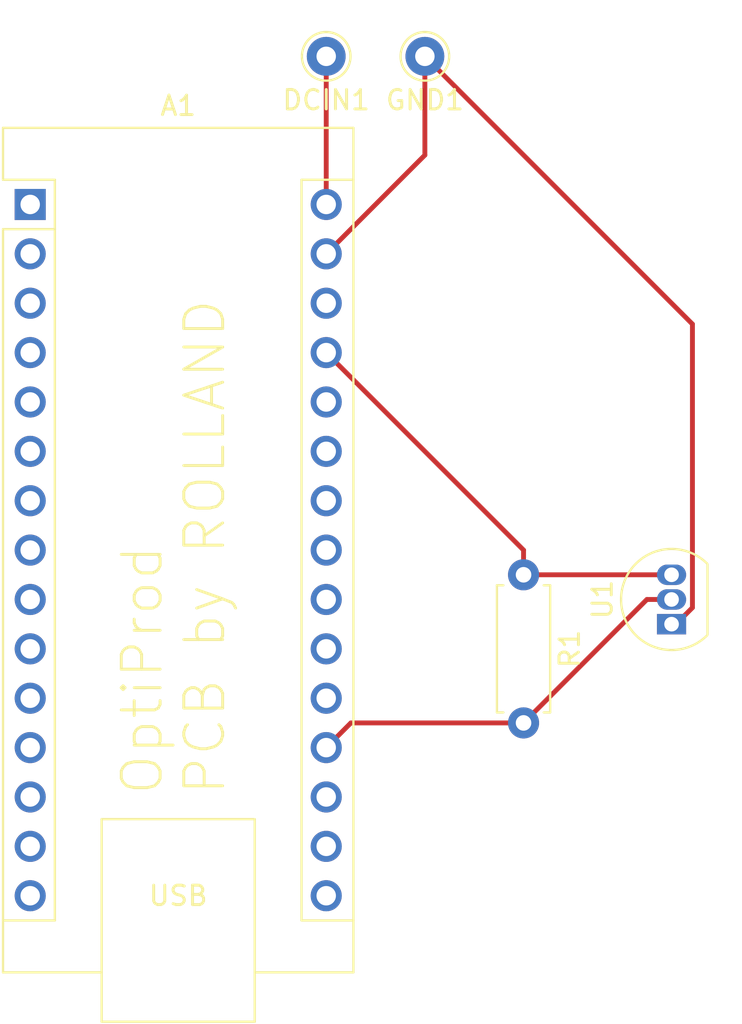
<source format=kicad_pcb>
(kicad_pcb (version 20221018) (generator pcbnew)
  (layers (0 "F.Cu" signal) (31 "B.Cu" signal) (34 "B.Paste" user) (35 "F.Paste" user) (36 "B.SilkS" user "B.Silkscreen") (37 "F.SilkS" user "F.Silkscreen") (38 "B.Mask" user) (39 "F.Mask" user) (44 "Edge.Cuts" user))
  (net 0 "")
  (net 1 "GND")
  (net 19 "Net-(A1-A0)")
  (net 27 "Net-(A1-+5V)")
  (net 29 "Net-(A1-VIN)")
  (footprint "Resistor_THT:R_Axial_DIN0207_L6.3mm_D2.5mm_P7.62mm_Horizontal" (layer "F.Cu") (at 76.2 49.53 -90)
    (fp_text reference "R1" (at 3.81 -2.37 90) (layer "F.SilkS"))
    (fp_text value "4.7K")
    (fp_line (start 0.54 -1.37) (end 7.08 -1.37) (stroke (width 0.12)) (layer "F.SilkS"))
    (fp_line (start 0.54 -1.04) (end 0.54 -1.37) (stroke (width 0.12)) (layer "F.SilkS"))
    (fp_line (start 0.54 1.04) (end 0.54 1.37) (stroke (width 0.12)) (layer "F.SilkS"))
    (fp_line (start 0.54 1.37) (end 7.08 1.37) (stroke (width 0.12)) (layer "F.SilkS"))
    (fp_line (start 7.08 -1.37) (end 7.08 -1.04) (stroke (width 0.12)) (layer "F.SilkS"))
    (fp_line (start 7.08 1.37) (end 7.08 1.04) (stroke (width 0.12)) (layer "F.SilkS"))
    (pad "1" thru_hole circle (at 0 0 270) (size 1.6 1.6) (drill 0.8) (layers "*.Cu" "*.Mask") (net 27 "Net-(A1-+5V)"))
    (pad "2" thru_hole oval (at 7.62 0 270) (size 1.6 1.6) (drill 0.8) (layers "*.Cu" "*.Mask") (net 19 "Net-(A1-A0)"))
  )
  (footprint "Connector_Pin:Pin_D1.0mm_L10.0mm" (layer "F.Cu") (at 71.12 22.86)
    (fp_text reference "GND1" (at 0 2.25) (layer "F.SilkS"))
    (fp_text value "MountingHole_Pad")
    (fp_circle (center 0 0) (end 1.25 0.05) (stroke (width 0.12)) (fill none) (layer "F.SilkS"))
    (pad "1" thru_hole circle (at 0 0) (size 2 2) (drill 1) (layers "*.Cu" "*.Mask") (net 1 "GND"))
  )
  (footprint "Package_TO_SOT_THT:TO-92_Inline" (layer "F.Cu") (at 83.82 52.07 90)
    (fp_text reference "U1" (at 1.27 -3.56 90) (layer "F.SilkS"))
    (fp_text value "DS18B20")
    (fp_line (start -0.53 1.85) (end 3.07 1.85) (stroke (width 0.12)) (layer "F.SilkS"))
    (fp_arc (start -0.568478 1.838478) (mid -1.132087 -0.994977) (end 1.27 -2.6) (stroke (width 0.12)) (layer "F.SilkS"))
    (fp_arc (start 1.27 -2.6) (mid 3.672087 -0.994977) (end 3.108478 1.838478) (stroke (width 0.12)) (layer "F.SilkS"))
    (pad "1" thru_hole rect (at 0 0 90) (size 1.05 1.5) (drill 0.75) (layers "*.Cu" "*.Mask") (net 1 "GND"))
    (pad "2" thru_hole oval (at 1.27 0 90) (size 1.05 1.5) (drill 0.75) (layers "*.Cu" "*.Mask") (net 19 "Net-(A1-A0)"))
    (pad "3" thru_hole oval (at 2.54 0 90) (size 1.05 1.5) (drill 0.75) (layers "*.Cu" "*.Mask") (net 27 "Net-(A1-+5V)"))
  )
  (footprint "Connector_Pin:Pin_D1.0mm_L10.0mm" (layer "F.Cu") (at 66.04 22.86)
    (fp_text reference "DCIN1" (at 0 2.25) (layer "F.SilkS"))
    (fp_text value "MountingHole_Pad")
    (fp_circle (center 0 0) (end 1.25 0.05) (stroke (width 0.12)) (fill none) (layer "F.SilkS"))
    (pad "1" thru_hole circle (at 0 0) (size 2 2) (drill 1) (layers "*.Cu" "*.Mask") (net 29 "Net-(A1-VIN)"))
  )
  (footprint "Module:Arduino_Nano" (layer "F.Cu") (at 50.8 30.48)
    (fp_text reference "A1" (at 7.62 -5.08) (layer "F.SilkS"))
    (fp_text value "Arduino_Nano_v3.x")
    (fp_text user "USB" (at 7.62 35.56 unlocked) (layer "F.SilkS"))
    (fp_line (start -1.4 -3.94) (end -1.4 -1.27) (stroke (width 0.12)) (layer "F.SilkS"))
    (fp_line (start -1.4 1.27) (end -1.4 39.5) (stroke (width 0.12)) (layer "F.SilkS"))
    (fp_line (start -1.4 39.5) (end 3.68 39.5) (stroke (width 0.12)) (layer "F.SilkS"))
    (fp_line (start 1.27 -1.27) (end -1.4 -1.27) (stroke (width 0.12)) (layer "F.SilkS"))
    (fp_line (start 1.27 1.27) (end -1.4 1.27) (stroke (width 0.12)) (layer "F.SilkS"))
    (fp_line (start 1.27 1.27) (end 1.27 -1.27) (stroke (width 0.12)) (layer "F.SilkS"))
    (fp_line (start 1.27 1.27) (end 1.27 36.83) (stroke (width 0.12)) (layer "F.SilkS"))
    (fp_line (start 1.27 36.83) (end -1.4 36.83) (stroke (width 0.12)) (layer "F.SilkS"))
    (fp_line (start 3.68 31.62) (end 11.56 31.62) (stroke (width 0.12)) (layer "F.SilkS"))
    (fp_line (start 3.68 42.04) (end 3.68 31.62) (stroke (width 0.12)) (layer "F.SilkS"))
    (fp_line (start 11.56 31.62) (end 11.56 42.04) (stroke (width 0.12)) (layer "F.SilkS"))
    (fp_line (start 11.56 42.04) (end 3.68 42.04) (stroke (width 0.12)) (layer "F.SilkS"))
    (fp_line (start 13.97 -1.27) (end 13.97 36.83) (stroke (width 0.12)) (layer "F.SilkS"))
    (fp_line (start 13.97 -1.27) (end 16.64 -1.27) (stroke (width 0.12)) (layer "F.SilkS"))
    (fp_line (start 13.97 36.83) (end 16.64 36.83) (stroke (width 0.12)) (layer "F.SilkS"))
    (fp_line (start 16.64 -3.94) (end -1.4 -3.94) (stroke (width 0.12)) (layer "F.SilkS"))
    (fp_line (start 16.64 39.5) (end 11.56 39.5) (stroke (width 0.12)) (layer "F.SilkS"))
    (fp_line (start 16.64 39.5) (end 16.64 -3.94) (stroke (width 0.12)) (layer "F.SilkS"))
    (pad "1" thru_hole rect (at 0 0) (size 1.6 1.6) (drill 1) (layers "*.Cu" "*.Mask"))
    (pad "2" thru_hole oval (at 0 2.54) (size 1.6 1.6) (drill 1) (layers "*.Cu" "*.Mask"))
    (pad "3" thru_hole oval (at 0 5.08) (size 1.6 1.6) (drill 1) (layers "*.Cu" "*.Mask"))
    (pad "4" thru_hole oval (at 0 7.62) (size 1.6 1.6) (drill 1) (layers "*.Cu" "*.Mask") (net 1 "GND"))
    (pad "5" thru_hole oval (at 0 10.16) (size 1.6 1.6) (drill 1) (layers "*.Cu" "*.Mask"))
    (pad "6" thru_hole oval (at 0 12.7) (size 1.6 1.6) (drill 1) (layers "*.Cu" "*.Mask"))
    (pad "7" thru_hole oval (at 0 15.24) (size 1.6 1.6) (drill 1) (layers "*.Cu" "*.Mask"))
    (pad "8" thru_hole oval (at 0 17.78) (size 1.6 1.6) (drill 1) (layers "*.Cu" "*.Mask"))
    (pad "9" thru_hole oval (at 0 20.32) (size 1.6 1.6) (drill 1) (layers "*.Cu" "*.Mask"))
    (pad "10" thru_hole oval (at 0 22.86) (size 1.6 1.6) (drill 1) (layers "*.Cu" "*.Mask"))
    (pad "11" thru_hole oval (at 0 25.4) (size 1.6 1.6) (drill 1) (layers "*.Cu" "*.Mask"))
    (pad "12" thru_hole oval (at 0 27.94) (size 1.6 1.6) (drill 1) (layers "*.Cu" "*.Mask"))
    (pad "13" thru_hole oval (at 0 30.48) (size 1.6 1.6) (drill 1) (layers "*.Cu" "*.Mask"))
    (pad "14" thru_hole oval (at 0 33.02) (size 1.6 1.6) (drill 1) (layers "*.Cu" "*.Mask"))
    (pad "15" thru_hole oval (at 0 35.56) (size 1.6 1.6) (drill 1) (layers "*.Cu" "*.Mask"))
    (pad "16" thru_hole oval (at 15.24 35.56) (size 1.6 1.6) (drill 1) (layers "*.Cu" "*.Mask"))
    (pad "17" thru_hole oval (at 15.24 33.02) (size 1.6 1.6) (drill 1) (layers "*.Cu" "*.Mask"))
    (pad "18" thru_hole oval (at 15.24 30.48) (size 1.6 1.6) (drill 1) (layers "*.Cu" "*.Mask"))
    (pad "19" thru_hole oval (at 15.24 27.94) (size 1.6 1.6) (drill 1) (layers "*.Cu" "*.Mask") (net 19 "Net-(A1-A0)"))
    (pad "20" thru_hole oval (at 15.24 25.4) (size 1.6 1.6) (drill 1) (layers "*.Cu" "*.Mask"))
    (pad "21" thru_hole oval (at 15.24 22.86) (size 1.6 1.6) (drill 1) (layers "*.Cu" "*.Mask"))
    (pad "22" thru_hole oval (at 15.24 20.32) (size 1.6 1.6) (drill 1) (layers "*.Cu" "*.Mask"))
    (pad "23" thru_hole oval (at 15.24 17.78) (size 1.6 1.6) (drill 1) (layers "*.Cu" "*.Mask"))
    (pad "24" thru_hole oval (at 15.24 15.24) (size 1.6 1.6) (drill 1) (layers "*.Cu" "*.Mask"))
    (pad "25" thru_hole oval (at 15.24 12.7) (size 1.6 1.6) (drill 1) (layers "*.Cu" "*.Mask"))
    (pad "26" thru_hole oval (at 15.24 10.16) (size 1.6 1.6) (drill 1) (layers "*.Cu" "*.Mask"))
    (pad "27" thru_hole oval (at 15.24 7.62) (size 1.6 1.6) (drill 1) (layers "*.Cu" "*.Mask") (net 27 "Net-(A1-+5V)"))
    (pad "28" thru_hole oval (at 15.24 5.08) (size 1.6 1.6) (drill 1) (layers "*.Cu" "*.Mask"))
    (pad "29" thru_hole oval (at 15.24 2.54) (size 1.6 1.6) (drill 1) (layers "*.Cu" "*.Mask") (net 1 "GND"))
    (pad "30" thru_hole oval (at 15.24 0) (size 1.6 1.6) (drill 1) (layers "*.Cu" "*.Mask") (net 29 "Net-(A1-VIN)"))
  )
  (gr_text "OptiProd\nPCB by ROLLAND" (at 60.96 60.96 90) (layer "F.SilkS") (effects (font (size 2 2)) (justify left bottom)))
  (segment (start 71.12 27.94) (end 71.12 22.86) (width 0.25) (layer "F.Cu") (net 1))
  (segment (start 71.12 22.86) (end 84.895 36.635) (width 0.25) (layer "F.Cu") (net 1))
  (segment (start 84.895 36.635) (end 84.895 51.22) (width 0.25) (layer "F.Cu") (net 1))
  (segment (start 84.895 51.22) (end 84.045 52.07) (width 0.25) (layer "F.Cu") (net 1))
  (segment (start 84.045 52.07) (end 83.82 52.07) (width 0.25) (layer "F.Cu") (net 1))
  (segment (start 66.04 33.02) (end 71.12 27.94) (width 0.25) (layer "F.Cu") (net 1))
  (segment (start 82.55 50.8) (end 83.82 50.8) (width 0.25) (layer "F.Cu") (net 19))
  (segment (start 76.2 57.15) (end 82.55 50.8) (width 0.25) (layer "F.Cu") (net 19))
  (segment (start 76.2 57.15) (end 67.31 57.15) (width 0.25) (layer "F.Cu") (net 19))
  (segment (start 67.31 57.15) (end 66.04 58.42) (width 0.25) (layer "F.Cu") (net 19))
  (segment (start 76.2 49.53) (end 76.2 48.26) (width 0.25) (layer "F.Cu") (net 27))
  (segment (start 76.2 48.26) (end 66.04 38.1) (width 0.25) (layer "F.Cu") (net 27))
  (segment (start 83.82 49.53) (end 76.2 49.53) (width 0.25) (layer "F.Cu") (net 27))
  (segment (start 66.04 30.48) (end 66.04 22.86) (width 0.25) (layer "F.Cu") (net 29))
)
</source>
